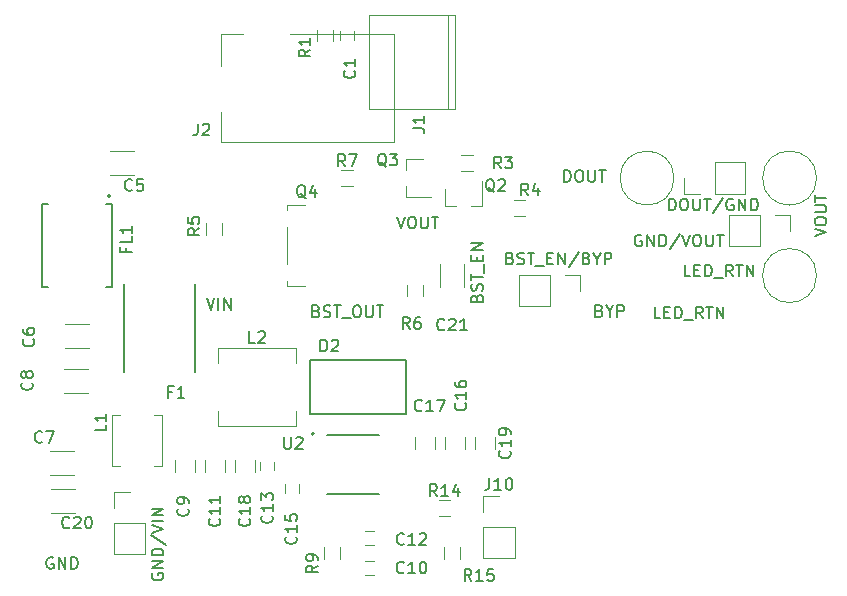
<source format=gbr>
G04 #@! TF.FileFunction,Legend,Top*
%FSLAX46Y46*%
G04 Gerber Fmt 4.6, Leading zero omitted, Abs format (unit mm)*
G04 Created by KiCad (PCBNEW 4.0.7) date 02/27/19 21:10:27*
%MOMM*%
%LPD*%
G01*
G04 APERTURE LIST*
%ADD10C,0.100000*%
%ADD11C,0.120000*%
%ADD12C,0.150000*%
%ADD13C,0.200000*%
%ADD14C,0.127000*%
%ADD15C,0.203200*%
G04 APERTURE END LIST*
D10*
D11*
X73765000Y-52855000D02*
X82565000Y-52855000D01*
X82565000Y-52855000D02*
X82565000Y-62055000D01*
X67865000Y-55555000D02*
X67865000Y-52855000D01*
X67865000Y-52855000D02*
X69765000Y-52855000D01*
X82565000Y-62055000D02*
X67865000Y-62055000D01*
X67865000Y-62055000D02*
X67865000Y-59455000D01*
X79175000Y-52660000D02*
X79175000Y-53360000D01*
X77975000Y-53360000D02*
X77975000Y-52660000D01*
X58525000Y-64825000D02*
X60525000Y-64825000D01*
X60525000Y-62785000D02*
X58525000Y-62785000D01*
X54715000Y-79430000D02*
X56715000Y-79430000D01*
X56715000Y-77390000D02*
X54715000Y-77390000D01*
X53445000Y-90225000D02*
X55445000Y-90225000D01*
X55445000Y-88185000D02*
X53445000Y-88185000D01*
X65679775Y-89932335D02*
X65679775Y-88932335D01*
X63979775Y-88932335D02*
X63979775Y-89932335D01*
X80830000Y-98695000D02*
X80130000Y-98695000D01*
X80130000Y-97495000D02*
X80830000Y-97495000D01*
X68219775Y-89932335D02*
X68219775Y-88932335D01*
X66519775Y-88932335D02*
X66519775Y-89932335D01*
X80830000Y-96155000D02*
X80130000Y-96155000D01*
X80130000Y-94955000D02*
X80830000Y-94955000D01*
X72414775Y-89082335D02*
X72414775Y-89782335D01*
X71214775Y-89782335D02*
X71214775Y-89082335D01*
X74484775Y-90997335D02*
X74484775Y-91697335D01*
X73284775Y-91697335D02*
X73284775Y-90997335D01*
X88539775Y-88027335D02*
X88539775Y-87027335D01*
X86839775Y-87027335D02*
X86839775Y-88027335D01*
X85999775Y-88027335D02*
X85999775Y-87027335D01*
X84299775Y-87027335D02*
X84299775Y-88027335D01*
X70759775Y-89932335D02*
X70759775Y-88932335D01*
X69059775Y-88932335D02*
X69059775Y-89932335D01*
X91079775Y-88027335D02*
X91079775Y-87027335D01*
X89379775Y-87027335D02*
X89379775Y-88027335D01*
D12*
X83562000Y-80517335D02*
X75452000Y-80517335D01*
X75452000Y-80527335D02*
X75452000Y-85027335D01*
X83562000Y-85027335D02*
X75452000Y-85027335D01*
X83562000Y-80527335D02*
X83562000Y-85027335D01*
D11*
X87745000Y-59240000D02*
X87745000Y-51240000D01*
X80425000Y-59240000D02*
X80425000Y-51240000D01*
X80425000Y-51240000D02*
X87745000Y-51240000D01*
X87125000Y-51240000D02*
X87125000Y-59240000D01*
X87745000Y-59240000D02*
X80425000Y-59240000D01*
X58830000Y-96885000D02*
X61490000Y-96885000D01*
X58830000Y-94285000D02*
X58830000Y-96885000D01*
X61490000Y-94285000D02*
X61490000Y-96885000D01*
X58830000Y-94285000D02*
X61490000Y-94285000D01*
X58830000Y-93015000D02*
X58830000Y-91685000D01*
X58830000Y-91685000D02*
X60160000Y-91685000D01*
X110900000Y-68190000D02*
X110900000Y-70850000D01*
X113500000Y-68190000D02*
X110900000Y-68190000D01*
X113500000Y-70850000D02*
X110900000Y-70850000D01*
X113500000Y-68190000D02*
X113500000Y-70850000D01*
X114770000Y-68190000D02*
X116100000Y-68190000D01*
X116100000Y-68190000D02*
X116100000Y-69520000D01*
X112290000Y-66405000D02*
X112290000Y-63745000D01*
X109690000Y-66405000D02*
X112290000Y-66405000D01*
X109690000Y-63745000D02*
X112290000Y-63745000D01*
X109690000Y-66405000D02*
X109690000Y-63745000D01*
X108420000Y-66405000D02*
X107090000Y-66405000D01*
X107090000Y-66405000D02*
X107090000Y-65075000D01*
X93120000Y-73270000D02*
X93120000Y-75930000D01*
X95720000Y-73270000D02*
X93120000Y-73270000D01*
X95720000Y-75930000D02*
X93120000Y-75930000D01*
X95720000Y-73270000D02*
X95720000Y-75930000D01*
X96990000Y-73270000D02*
X98320000Y-73270000D01*
X98320000Y-73270000D02*
X98320000Y-74600000D01*
X118326000Y-65075000D02*
G75*
G03X118326000Y-65075000I-2286000J0D01*
G01*
X118326000Y-73330000D02*
G75*
G03X118326000Y-73330000I-2286000J0D01*
G01*
X106261000Y-65075000D02*
G75*
G03X106261000Y-65075000I-2286000J0D01*
G01*
X86840000Y-67470000D02*
X87770000Y-67470000D01*
X90000000Y-67470000D02*
X89070000Y-67470000D01*
X90000000Y-67470000D02*
X90000000Y-65310000D01*
X86840000Y-67470000D02*
X86840000Y-66010000D01*
X83530000Y-63495000D02*
X83530000Y-64425000D01*
X83530000Y-66655000D02*
X83530000Y-65725000D01*
X83530000Y-66655000D02*
X85690000Y-66655000D01*
X83530000Y-63495000D02*
X84990000Y-63495000D01*
X73475000Y-67740000D02*
X73475000Y-67390000D01*
X73475000Y-67390000D02*
X74975000Y-67390000D01*
X73475000Y-72390000D02*
X73475000Y-69190000D01*
X74975000Y-74190000D02*
X73475000Y-74190000D01*
X73475000Y-74190000D02*
X73475000Y-73790000D01*
X75990000Y-53510000D02*
X75990000Y-52510000D01*
X77350000Y-52510000D02*
X77350000Y-53510000D01*
X88235000Y-63125000D02*
X89235000Y-63125000D01*
X89235000Y-64485000D02*
X88235000Y-64485000D01*
X93680000Y-68295000D02*
X92680000Y-68295000D01*
X92680000Y-66935000D02*
X93680000Y-66935000D01*
X67990000Y-68885000D02*
X67990000Y-69885000D01*
X66630000Y-69885000D02*
X66630000Y-68885000D01*
X83610000Y-75100000D02*
X83610000Y-74100000D01*
X84970000Y-74100000D02*
X84970000Y-75100000D01*
X79075000Y-65755000D02*
X78075000Y-65755000D01*
X78075000Y-64395000D02*
X79075000Y-64395000D01*
X77985000Y-96325000D02*
X77985000Y-97325000D01*
X76625000Y-97325000D02*
X76625000Y-96325000D01*
X87330000Y-93695000D02*
X86330000Y-93695000D01*
X86330000Y-92335000D02*
X87330000Y-92335000D01*
X86785000Y-97325000D02*
X86785000Y-96325000D01*
X88145000Y-96325000D02*
X88145000Y-97325000D01*
D13*
X75769775Y-86717335D02*
G75*
G03X75769775Y-86717335I-100000J0D01*
G01*
D14*
X76879775Y-86857335D02*
X81279775Y-86857335D01*
X76879775Y-91857335D02*
X81279775Y-91857335D01*
D11*
X53540000Y-93400000D02*
X55540000Y-93400000D01*
X55540000Y-91360000D02*
X53540000Y-91360000D01*
X88485000Y-74330000D02*
X88485000Y-72330000D01*
X86445000Y-72330000D02*
X86445000Y-74330000D01*
D15*
X59700000Y-81525000D02*
X59700000Y-74025000D01*
X65700000Y-81525000D02*
X65700000Y-74025000D01*
D11*
X90110000Y-97215000D02*
X92770000Y-97215000D01*
X90110000Y-94615000D02*
X90110000Y-97215000D01*
X92770000Y-94615000D02*
X92770000Y-97215000D01*
X90110000Y-94615000D02*
X92770000Y-94615000D01*
X90110000Y-93345000D02*
X90110000Y-92015000D01*
X90110000Y-92015000D02*
X91440000Y-92015000D01*
X54620000Y-83240000D02*
X56620000Y-83240000D01*
X56620000Y-81200000D02*
X54620000Y-81200000D01*
D13*
X58715000Y-67290000D02*
X58715000Y-74290000D01*
X52715000Y-74290000D02*
X52715000Y-67290000D01*
X58715000Y-67290000D02*
X58165000Y-67290000D01*
X53265000Y-67290000D02*
X52715000Y-67290000D01*
X58715000Y-74290000D02*
X58165000Y-74290000D01*
X52715000Y-74290000D02*
X53265000Y-74290000D01*
X58526800Y-66590000D02*
G75*
G03X58526800Y-66590000I-111800J0D01*
G01*
D11*
X62238000Y-85168000D02*
X62927000Y-85168000D01*
X62927000Y-85168000D02*
X62927000Y-89432000D01*
X62927000Y-89432000D02*
X62238000Y-89432000D01*
X59352000Y-85168000D02*
X58663000Y-85168000D01*
X58663000Y-85168000D02*
X58663000Y-89432000D01*
X58663000Y-89432000D02*
X59352000Y-89432000D01*
X67680000Y-80762835D02*
X67680000Y-79502335D01*
X67680000Y-79502335D02*
X74230000Y-79502335D01*
X74230000Y-79502335D02*
X74230000Y-80762835D01*
X67680000Y-84791835D02*
X67680000Y-86052335D01*
X67680000Y-86052335D02*
X74230000Y-86052335D01*
X74230000Y-86052335D02*
X74230000Y-84791835D01*
D12*
X65922667Y-60463381D02*
X65922667Y-61177667D01*
X65875047Y-61320524D01*
X65779809Y-61415762D01*
X65636952Y-61463381D01*
X65541714Y-61463381D01*
X66351238Y-60558619D02*
X66398857Y-60511000D01*
X66494095Y-60463381D01*
X66732191Y-60463381D01*
X66827429Y-60511000D01*
X66875048Y-60558619D01*
X66922667Y-60653857D01*
X66922667Y-60749095D01*
X66875048Y-60891952D01*
X66303619Y-61463381D01*
X66922667Y-61463381D01*
X79186143Y-55970666D02*
X79233762Y-56018285D01*
X79281381Y-56161142D01*
X79281381Y-56256380D01*
X79233762Y-56399238D01*
X79138524Y-56494476D01*
X79043286Y-56542095D01*
X78852810Y-56589714D01*
X78709952Y-56589714D01*
X78519476Y-56542095D01*
X78424238Y-56494476D01*
X78329000Y-56399238D01*
X78281381Y-56256380D01*
X78281381Y-56161142D01*
X78329000Y-56018285D01*
X78376619Y-55970666D01*
X79281381Y-55018285D02*
X79281381Y-55589714D01*
X79281381Y-55304000D02*
X78281381Y-55304000D01*
X78424238Y-55399238D01*
X78519476Y-55494476D01*
X78567095Y-55589714D01*
X60374334Y-66067143D02*
X60326715Y-66114762D01*
X60183858Y-66162381D01*
X60088620Y-66162381D01*
X59945762Y-66114762D01*
X59850524Y-66019524D01*
X59802905Y-65924286D01*
X59755286Y-65733810D01*
X59755286Y-65590952D01*
X59802905Y-65400476D01*
X59850524Y-65305238D01*
X59945762Y-65210000D01*
X60088620Y-65162381D01*
X60183858Y-65162381D01*
X60326715Y-65210000D01*
X60374334Y-65257619D01*
X61279096Y-65162381D02*
X60802905Y-65162381D01*
X60755286Y-65638571D01*
X60802905Y-65590952D01*
X60898143Y-65543333D01*
X61136239Y-65543333D01*
X61231477Y-65590952D01*
X61279096Y-65638571D01*
X61326715Y-65733810D01*
X61326715Y-65971905D01*
X61279096Y-66067143D01*
X61231477Y-66114762D01*
X61136239Y-66162381D01*
X60898143Y-66162381D01*
X60802905Y-66114762D01*
X60755286Y-66067143D01*
X52008143Y-78703666D02*
X52055762Y-78751285D01*
X52103381Y-78894142D01*
X52103381Y-78989380D01*
X52055762Y-79132238D01*
X51960524Y-79227476D01*
X51865286Y-79275095D01*
X51674810Y-79322714D01*
X51531952Y-79322714D01*
X51341476Y-79275095D01*
X51246238Y-79227476D01*
X51151000Y-79132238D01*
X51103381Y-78989380D01*
X51103381Y-78894142D01*
X51151000Y-78751285D01*
X51198619Y-78703666D01*
X51103381Y-77846523D02*
X51103381Y-78037000D01*
X51151000Y-78132238D01*
X51198619Y-78179857D01*
X51341476Y-78275095D01*
X51531952Y-78322714D01*
X51912905Y-78322714D01*
X52008143Y-78275095D01*
X52055762Y-78227476D01*
X52103381Y-78132238D01*
X52103381Y-77941761D01*
X52055762Y-77846523D01*
X52008143Y-77798904D01*
X51912905Y-77751285D01*
X51674810Y-77751285D01*
X51579571Y-77798904D01*
X51531952Y-77846523D01*
X51484333Y-77941761D01*
X51484333Y-78132238D01*
X51531952Y-78227476D01*
X51579571Y-78275095D01*
X51674810Y-78322714D01*
X52754334Y-87403143D02*
X52706715Y-87450762D01*
X52563858Y-87498381D01*
X52468620Y-87498381D01*
X52325762Y-87450762D01*
X52230524Y-87355524D01*
X52182905Y-87260286D01*
X52135286Y-87069810D01*
X52135286Y-86926952D01*
X52182905Y-86736476D01*
X52230524Y-86641238D01*
X52325762Y-86546000D01*
X52468620Y-86498381D01*
X52563858Y-86498381D01*
X52706715Y-86546000D01*
X52754334Y-86593619D01*
X53087667Y-86498381D02*
X53754334Y-86498381D01*
X53325762Y-87498381D01*
X65089143Y-93054666D02*
X65136762Y-93102285D01*
X65184381Y-93245142D01*
X65184381Y-93340380D01*
X65136762Y-93483238D01*
X65041524Y-93578476D01*
X64946286Y-93626095D01*
X64755810Y-93673714D01*
X64612952Y-93673714D01*
X64422476Y-93626095D01*
X64327238Y-93578476D01*
X64232000Y-93483238D01*
X64184381Y-93340380D01*
X64184381Y-93245142D01*
X64232000Y-93102285D01*
X64279619Y-93054666D01*
X65184381Y-92578476D02*
X65184381Y-92388000D01*
X65136762Y-92292761D01*
X65089143Y-92245142D01*
X64946286Y-92149904D01*
X64755810Y-92102285D01*
X64374857Y-92102285D01*
X64279619Y-92149904D01*
X64232000Y-92197523D01*
X64184381Y-92292761D01*
X64184381Y-92483238D01*
X64232000Y-92578476D01*
X64279619Y-92626095D01*
X64374857Y-92673714D01*
X64612952Y-92673714D01*
X64708190Y-92626095D01*
X64755810Y-92578476D01*
X64803429Y-92483238D01*
X64803429Y-92292761D01*
X64755810Y-92197523D01*
X64708190Y-92149904D01*
X64612952Y-92102285D01*
X83393143Y-98452143D02*
X83345524Y-98499762D01*
X83202667Y-98547381D01*
X83107429Y-98547381D01*
X82964571Y-98499762D01*
X82869333Y-98404524D01*
X82821714Y-98309286D01*
X82774095Y-98118810D01*
X82774095Y-97975952D01*
X82821714Y-97785476D01*
X82869333Y-97690238D01*
X82964571Y-97595000D01*
X83107429Y-97547381D01*
X83202667Y-97547381D01*
X83345524Y-97595000D01*
X83393143Y-97642619D01*
X84345524Y-98547381D02*
X83774095Y-98547381D01*
X84059809Y-98547381D02*
X84059809Y-97547381D01*
X83964571Y-97690238D01*
X83869333Y-97785476D01*
X83774095Y-97833095D01*
X84964571Y-97547381D02*
X85059810Y-97547381D01*
X85155048Y-97595000D01*
X85202667Y-97642619D01*
X85250286Y-97737857D01*
X85297905Y-97928333D01*
X85297905Y-98166429D01*
X85250286Y-98356905D01*
X85202667Y-98452143D01*
X85155048Y-98499762D01*
X85059810Y-98547381D01*
X84964571Y-98547381D01*
X84869333Y-98499762D01*
X84821714Y-98452143D01*
X84774095Y-98356905D01*
X84726476Y-98166429D01*
X84726476Y-97928333D01*
X84774095Y-97737857D01*
X84821714Y-97642619D01*
X84869333Y-97595000D01*
X84964571Y-97547381D01*
X67756143Y-93911857D02*
X67803762Y-93959476D01*
X67851381Y-94102333D01*
X67851381Y-94197571D01*
X67803762Y-94340429D01*
X67708524Y-94435667D01*
X67613286Y-94483286D01*
X67422810Y-94530905D01*
X67279952Y-94530905D01*
X67089476Y-94483286D01*
X66994238Y-94435667D01*
X66899000Y-94340429D01*
X66851381Y-94197571D01*
X66851381Y-94102333D01*
X66899000Y-93959476D01*
X66946619Y-93911857D01*
X67851381Y-92959476D02*
X67851381Y-93530905D01*
X67851381Y-93245191D02*
X66851381Y-93245191D01*
X66994238Y-93340429D01*
X67089476Y-93435667D01*
X67137095Y-93530905D01*
X67851381Y-92007095D02*
X67851381Y-92578524D01*
X67851381Y-92292810D02*
X66851381Y-92292810D01*
X66994238Y-92388048D01*
X67089476Y-92483286D01*
X67137095Y-92578524D01*
X83393143Y-96039143D02*
X83345524Y-96086762D01*
X83202667Y-96134381D01*
X83107429Y-96134381D01*
X82964571Y-96086762D01*
X82869333Y-95991524D01*
X82821714Y-95896286D01*
X82774095Y-95705810D01*
X82774095Y-95562952D01*
X82821714Y-95372476D01*
X82869333Y-95277238D01*
X82964571Y-95182000D01*
X83107429Y-95134381D01*
X83202667Y-95134381D01*
X83345524Y-95182000D01*
X83393143Y-95229619D01*
X84345524Y-96134381D02*
X83774095Y-96134381D01*
X84059809Y-96134381D02*
X84059809Y-95134381D01*
X83964571Y-95277238D01*
X83869333Y-95372476D01*
X83774095Y-95420095D01*
X84726476Y-95229619D02*
X84774095Y-95182000D01*
X84869333Y-95134381D01*
X85107429Y-95134381D01*
X85202667Y-95182000D01*
X85250286Y-95229619D01*
X85297905Y-95324857D01*
X85297905Y-95420095D01*
X85250286Y-95562952D01*
X84678857Y-96134381D01*
X85297905Y-96134381D01*
X72201143Y-93657857D02*
X72248762Y-93705476D01*
X72296381Y-93848333D01*
X72296381Y-93943571D01*
X72248762Y-94086429D01*
X72153524Y-94181667D01*
X72058286Y-94229286D01*
X71867810Y-94276905D01*
X71724952Y-94276905D01*
X71534476Y-94229286D01*
X71439238Y-94181667D01*
X71344000Y-94086429D01*
X71296381Y-93943571D01*
X71296381Y-93848333D01*
X71344000Y-93705476D01*
X71391619Y-93657857D01*
X72296381Y-92705476D02*
X72296381Y-93276905D01*
X72296381Y-92991191D02*
X71296381Y-92991191D01*
X71439238Y-93086429D01*
X71534476Y-93181667D01*
X71582095Y-93276905D01*
X71296381Y-92372143D02*
X71296381Y-91753095D01*
X71677333Y-92086429D01*
X71677333Y-91943571D01*
X71724952Y-91848333D01*
X71772571Y-91800714D01*
X71867810Y-91753095D01*
X72105905Y-91753095D01*
X72201143Y-91800714D01*
X72248762Y-91848333D01*
X72296381Y-91943571D01*
X72296381Y-92229286D01*
X72248762Y-92324524D01*
X72201143Y-92372143D01*
X74233143Y-95435857D02*
X74280762Y-95483476D01*
X74328381Y-95626333D01*
X74328381Y-95721571D01*
X74280762Y-95864429D01*
X74185524Y-95959667D01*
X74090286Y-96007286D01*
X73899810Y-96054905D01*
X73756952Y-96054905D01*
X73566476Y-96007286D01*
X73471238Y-95959667D01*
X73376000Y-95864429D01*
X73328381Y-95721571D01*
X73328381Y-95626333D01*
X73376000Y-95483476D01*
X73423619Y-95435857D01*
X74328381Y-94483476D02*
X74328381Y-95054905D01*
X74328381Y-94769191D02*
X73328381Y-94769191D01*
X73471238Y-94864429D01*
X73566476Y-94959667D01*
X73614095Y-95054905D01*
X73328381Y-93578714D02*
X73328381Y-94054905D01*
X73804571Y-94102524D01*
X73756952Y-94054905D01*
X73709333Y-93959667D01*
X73709333Y-93721571D01*
X73756952Y-93626333D01*
X73804571Y-93578714D01*
X73899810Y-93531095D01*
X74137905Y-93531095D01*
X74233143Y-93578714D01*
X74280762Y-93626333D01*
X74328381Y-93721571D01*
X74328381Y-93959667D01*
X74280762Y-94054905D01*
X74233143Y-94102524D01*
X88584143Y-84132857D02*
X88631762Y-84180476D01*
X88679381Y-84323333D01*
X88679381Y-84418571D01*
X88631762Y-84561429D01*
X88536524Y-84656667D01*
X88441286Y-84704286D01*
X88250810Y-84751905D01*
X88107952Y-84751905D01*
X87917476Y-84704286D01*
X87822238Y-84656667D01*
X87727000Y-84561429D01*
X87679381Y-84418571D01*
X87679381Y-84323333D01*
X87727000Y-84180476D01*
X87774619Y-84132857D01*
X88679381Y-83180476D02*
X88679381Y-83751905D01*
X88679381Y-83466191D02*
X87679381Y-83466191D01*
X87822238Y-83561429D01*
X87917476Y-83656667D01*
X87965095Y-83751905D01*
X87679381Y-82323333D02*
X87679381Y-82513810D01*
X87727000Y-82609048D01*
X87774619Y-82656667D01*
X87917476Y-82751905D01*
X88107952Y-82799524D01*
X88488905Y-82799524D01*
X88584143Y-82751905D01*
X88631762Y-82704286D01*
X88679381Y-82609048D01*
X88679381Y-82418571D01*
X88631762Y-82323333D01*
X88584143Y-82275714D01*
X88488905Y-82228095D01*
X88250810Y-82228095D01*
X88155571Y-82275714D01*
X88107952Y-82323333D01*
X88060333Y-82418571D01*
X88060333Y-82609048D01*
X88107952Y-82704286D01*
X88155571Y-82751905D01*
X88250810Y-82799524D01*
X84917143Y-84736143D02*
X84869524Y-84783762D01*
X84726667Y-84831381D01*
X84631429Y-84831381D01*
X84488571Y-84783762D01*
X84393333Y-84688524D01*
X84345714Y-84593286D01*
X84298095Y-84402810D01*
X84298095Y-84259952D01*
X84345714Y-84069476D01*
X84393333Y-83974238D01*
X84488571Y-83879000D01*
X84631429Y-83831381D01*
X84726667Y-83831381D01*
X84869524Y-83879000D01*
X84917143Y-83926619D01*
X85869524Y-84831381D02*
X85298095Y-84831381D01*
X85583809Y-84831381D02*
X85583809Y-83831381D01*
X85488571Y-83974238D01*
X85393333Y-84069476D01*
X85298095Y-84117095D01*
X86202857Y-83831381D02*
X86869524Y-83831381D01*
X86440952Y-84831381D01*
X70296143Y-93911857D02*
X70343762Y-93959476D01*
X70391381Y-94102333D01*
X70391381Y-94197571D01*
X70343762Y-94340429D01*
X70248524Y-94435667D01*
X70153286Y-94483286D01*
X69962810Y-94530905D01*
X69819952Y-94530905D01*
X69629476Y-94483286D01*
X69534238Y-94435667D01*
X69439000Y-94340429D01*
X69391381Y-94197571D01*
X69391381Y-94102333D01*
X69439000Y-93959476D01*
X69486619Y-93911857D01*
X70391381Y-92959476D02*
X70391381Y-93530905D01*
X70391381Y-93245191D02*
X69391381Y-93245191D01*
X69534238Y-93340429D01*
X69629476Y-93435667D01*
X69677095Y-93530905D01*
X69819952Y-92388048D02*
X69772333Y-92483286D01*
X69724714Y-92530905D01*
X69629476Y-92578524D01*
X69581857Y-92578524D01*
X69486619Y-92530905D01*
X69439000Y-92483286D01*
X69391381Y-92388048D01*
X69391381Y-92197571D01*
X69439000Y-92102333D01*
X69486619Y-92054714D01*
X69581857Y-92007095D01*
X69629476Y-92007095D01*
X69724714Y-92054714D01*
X69772333Y-92102333D01*
X69819952Y-92197571D01*
X69819952Y-92388048D01*
X69867571Y-92483286D01*
X69915190Y-92530905D01*
X70010429Y-92578524D01*
X70200905Y-92578524D01*
X70296143Y-92530905D01*
X70343762Y-92483286D01*
X70391381Y-92388048D01*
X70391381Y-92197571D01*
X70343762Y-92102333D01*
X70296143Y-92054714D01*
X70200905Y-92007095D01*
X70010429Y-92007095D01*
X69915190Y-92054714D01*
X69867571Y-92102333D01*
X69819952Y-92197571D01*
X92336918Y-88170192D02*
X92384537Y-88217811D01*
X92432156Y-88360668D01*
X92432156Y-88455906D01*
X92384537Y-88598764D01*
X92289299Y-88694002D01*
X92194061Y-88741621D01*
X92003585Y-88789240D01*
X91860727Y-88789240D01*
X91670251Y-88741621D01*
X91575013Y-88694002D01*
X91479775Y-88598764D01*
X91432156Y-88455906D01*
X91432156Y-88360668D01*
X91479775Y-88217811D01*
X91527394Y-88170192D01*
X92432156Y-87217811D02*
X92432156Y-87789240D01*
X92432156Y-87503526D02*
X91432156Y-87503526D01*
X91575013Y-87598764D01*
X91670251Y-87694002D01*
X91717870Y-87789240D01*
X92432156Y-86741621D02*
X92432156Y-86551145D01*
X92384537Y-86455906D01*
X92336918Y-86408287D01*
X92194061Y-86313049D01*
X92003585Y-86265430D01*
X91622632Y-86265430D01*
X91527394Y-86313049D01*
X91479775Y-86360668D01*
X91432156Y-86455906D01*
X91432156Y-86646383D01*
X91479775Y-86741621D01*
X91527394Y-86789240D01*
X91622632Y-86836859D01*
X91860727Y-86836859D01*
X91955965Y-86789240D01*
X92003585Y-86741621D01*
X92051204Y-86646383D01*
X92051204Y-86455906D01*
X92003585Y-86360668D01*
X91955965Y-86313049D01*
X91860727Y-86265430D01*
X76312905Y-79751381D02*
X76312905Y-78751381D01*
X76551000Y-78751381D01*
X76693858Y-78799000D01*
X76789096Y-78894238D01*
X76836715Y-78989476D01*
X76884334Y-79179952D01*
X76884334Y-79322810D01*
X76836715Y-79513286D01*
X76789096Y-79608524D01*
X76693858Y-79703762D01*
X76551000Y-79751381D01*
X76312905Y-79751381D01*
X77265286Y-78846619D02*
X77312905Y-78799000D01*
X77408143Y-78751381D01*
X77646239Y-78751381D01*
X77741477Y-78799000D01*
X77789096Y-78846619D01*
X77836715Y-78941857D01*
X77836715Y-79037095D01*
X77789096Y-79179952D01*
X77217667Y-79751381D01*
X77836715Y-79751381D01*
X84123381Y-60836333D02*
X84837667Y-60836333D01*
X84980524Y-60883953D01*
X85075762Y-60979191D01*
X85123381Y-61122048D01*
X85123381Y-61217286D01*
X85123381Y-59836333D02*
X85123381Y-60407762D01*
X85123381Y-60122048D02*
X84123381Y-60122048D01*
X84266238Y-60217286D01*
X84361476Y-60312524D01*
X84409095Y-60407762D01*
X62073000Y-98539190D02*
X62025381Y-98634428D01*
X62025381Y-98777285D01*
X62073000Y-98920143D01*
X62168238Y-99015381D01*
X62263476Y-99063000D01*
X62453952Y-99110619D01*
X62596810Y-99110619D01*
X62787286Y-99063000D01*
X62882524Y-99015381D01*
X62977762Y-98920143D01*
X63025381Y-98777285D01*
X63025381Y-98682047D01*
X62977762Y-98539190D01*
X62930143Y-98491571D01*
X62596810Y-98491571D01*
X62596810Y-98682047D01*
X63025381Y-98063000D02*
X62025381Y-98063000D01*
X63025381Y-97491571D01*
X62025381Y-97491571D01*
X63025381Y-97015381D02*
X62025381Y-97015381D01*
X62025381Y-96777286D01*
X62073000Y-96634428D01*
X62168238Y-96539190D01*
X62263476Y-96491571D01*
X62453952Y-96443952D01*
X62596810Y-96443952D01*
X62787286Y-96491571D01*
X62882524Y-96539190D01*
X62977762Y-96634428D01*
X63025381Y-96777286D01*
X63025381Y-97015381D01*
X61977762Y-95301095D02*
X63263476Y-96158238D01*
X62025381Y-95110619D02*
X63025381Y-94777286D01*
X62025381Y-94443952D01*
X63025381Y-94110619D02*
X62025381Y-94110619D01*
X63025381Y-93634429D02*
X62025381Y-93634429D01*
X63025381Y-93063000D01*
X62025381Y-93063000D01*
X103499143Y-69909000D02*
X103403905Y-69861381D01*
X103261048Y-69861381D01*
X103118190Y-69909000D01*
X103022952Y-70004238D01*
X102975333Y-70099476D01*
X102927714Y-70289952D01*
X102927714Y-70432810D01*
X102975333Y-70623286D01*
X103022952Y-70718524D01*
X103118190Y-70813762D01*
X103261048Y-70861381D01*
X103356286Y-70861381D01*
X103499143Y-70813762D01*
X103546762Y-70766143D01*
X103546762Y-70432810D01*
X103356286Y-70432810D01*
X103975333Y-70861381D02*
X103975333Y-69861381D01*
X104546762Y-70861381D01*
X104546762Y-69861381D01*
X105022952Y-70861381D02*
X105022952Y-69861381D01*
X105261047Y-69861381D01*
X105403905Y-69909000D01*
X105499143Y-70004238D01*
X105546762Y-70099476D01*
X105594381Y-70289952D01*
X105594381Y-70432810D01*
X105546762Y-70623286D01*
X105499143Y-70718524D01*
X105403905Y-70813762D01*
X105261047Y-70861381D01*
X105022952Y-70861381D01*
X106737238Y-69813762D02*
X105880095Y-71099476D01*
X106927714Y-69861381D02*
X107261047Y-70861381D01*
X107594381Y-69861381D01*
X108118190Y-69861381D02*
X108308667Y-69861381D01*
X108403905Y-69909000D01*
X108499143Y-70004238D01*
X108546762Y-70194714D01*
X108546762Y-70528048D01*
X108499143Y-70718524D01*
X108403905Y-70813762D01*
X108308667Y-70861381D01*
X108118190Y-70861381D01*
X108022952Y-70813762D01*
X107927714Y-70718524D01*
X107880095Y-70528048D01*
X107880095Y-70194714D01*
X107927714Y-70004238D01*
X108022952Y-69909000D01*
X108118190Y-69861381D01*
X108975333Y-69861381D02*
X108975333Y-70670905D01*
X109022952Y-70766143D01*
X109070571Y-70813762D01*
X109165809Y-70861381D01*
X109356286Y-70861381D01*
X109451524Y-70813762D01*
X109499143Y-70766143D01*
X109546762Y-70670905D01*
X109546762Y-69861381D01*
X109880095Y-69861381D02*
X110451524Y-69861381D01*
X110165809Y-70861381D02*
X110165809Y-69861381D01*
X105824905Y-67813381D02*
X105824905Y-66813381D01*
X106063000Y-66813381D01*
X106205858Y-66861000D01*
X106301096Y-66956238D01*
X106348715Y-67051476D01*
X106396334Y-67241952D01*
X106396334Y-67384810D01*
X106348715Y-67575286D01*
X106301096Y-67670524D01*
X106205858Y-67765762D01*
X106063000Y-67813381D01*
X105824905Y-67813381D01*
X107015381Y-66813381D02*
X107205858Y-66813381D01*
X107301096Y-66861000D01*
X107396334Y-66956238D01*
X107443953Y-67146714D01*
X107443953Y-67480048D01*
X107396334Y-67670524D01*
X107301096Y-67765762D01*
X107205858Y-67813381D01*
X107015381Y-67813381D01*
X106920143Y-67765762D01*
X106824905Y-67670524D01*
X106777286Y-67480048D01*
X106777286Y-67146714D01*
X106824905Y-66956238D01*
X106920143Y-66861000D01*
X107015381Y-66813381D01*
X107872524Y-66813381D02*
X107872524Y-67622905D01*
X107920143Y-67718143D01*
X107967762Y-67765762D01*
X108063000Y-67813381D01*
X108253477Y-67813381D01*
X108348715Y-67765762D01*
X108396334Y-67718143D01*
X108443953Y-67622905D01*
X108443953Y-66813381D01*
X108777286Y-66813381D02*
X109348715Y-66813381D01*
X109063000Y-67813381D02*
X109063000Y-66813381D01*
X110396334Y-66765762D02*
X109539191Y-68051476D01*
X111253477Y-66861000D02*
X111158239Y-66813381D01*
X111015382Y-66813381D01*
X110872524Y-66861000D01*
X110777286Y-66956238D01*
X110729667Y-67051476D01*
X110682048Y-67241952D01*
X110682048Y-67384810D01*
X110729667Y-67575286D01*
X110777286Y-67670524D01*
X110872524Y-67765762D01*
X111015382Y-67813381D01*
X111110620Y-67813381D01*
X111253477Y-67765762D01*
X111301096Y-67718143D01*
X111301096Y-67384810D01*
X111110620Y-67384810D01*
X111729667Y-67813381D02*
X111729667Y-66813381D01*
X112301096Y-67813381D01*
X112301096Y-66813381D01*
X112777286Y-67813381D02*
X112777286Y-66813381D01*
X113015381Y-66813381D01*
X113158239Y-66861000D01*
X113253477Y-66956238D01*
X113301096Y-67051476D01*
X113348715Y-67241952D01*
X113348715Y-67384810D01*
X113301096Y-67575286D01*
X113253477Y-67670524D01*
X113158239Y-67765762D01*
X113015381Y-67813381D01*
X112777286Y-67813381D01*
X92386762Y-71861571D02*
X92529619Y-71909190D01*
X92577238Y-71956810D01*
X92624857Y-72052048D01*
X92624857Y-72194905D01*
X92577238Y-72290143D01*
X92529619Y-72337762D01*
X92434381Y-72385381D01*
X92053428Y-72385381D01*
X92053428Y-71385381D01*
X92386762Y-71385381D01*
X92482000Y-71433000D01*
X92529619Y-71480619D01*
X92577238Y-71575857D01*
X92577238Y-71671095D01*
X92529619Y-71766333D01*
X92482000Y-71813952D01*
X92386762Y-71861571D01*
X92053428Y-71861571D01*
X93005809Y-72337762D02*
X93148666Y-72385381D01*
X93386762Y-72385381D01*
X93482000Y-72337762D01*
X93529619Y-72290143D01*
X93577238Y-72194905D01*
X93577238Y-72099667D01*
X93529619Y-72004429D01*
X93482000Y-71956810D01*
X93386762Y-71909190D01*
X93196285Y-71861571D01*
X93101047Y-71813952D01*
X93053428Y-71766333D01*
X93005809Y-71671095D01*
X93005809Y-71575857D01*
X93053428Y-71480619D01*
X93101047Y-71433000D01*
X93196285Y-71385381D01*
X93434381Y-71385381D01*
X93577238Y-71433000D01*
X93862952Y-71385381D02*
X94434381Y-71385381D01*
X94148666Y-72385381D02*
X94148666Y-71385381D01*
X94529619Y-72480619D02*
X95291524Y-72480619D01*
X95529619Y-71861571D02*
X95862953Y-71861571D01*
X96005810Y-72385381D02*
X95529619Y-72385381D01*
X95529619Y-71385381D01*
X96005810Y-71385381D01*
X96434381Y-72385381D02*
X96434381Y-71385381D01*
X97005810Y-72385381D01*
X97005810Y-71385381D01*
X98196286Y-71337762D02*
X97339143Y-72623476D01*
X98862953Y-71861571D02*
X99005810Y-71909190D01*
X99053429Y-71956810D01*
X99101048Y-72052048D01*
X99101048Y-72194905D01*
X99053429Y-72290143D01*
X99005810Y-72337762D01*
X98910572Y-72385381D01*
X98529619Y-72385381D01*
X98529619Y-71385381D01*
X98862953Y-71385381D01*
X98958191Y-71433000D01*
X99005810Y-71480619D01*
X99053429Y-71575857D01*
X99053429Y-71671095D01*
X99005810Y-71766333D01*
X98958191Y-71813952D01*
X98862953Y-71861571D01*
X98529619Y-71861571D01*
X99720095Y-71909190D02*
X99720095Y-72385381D01*
X99386762Y-71385381D02*
X99720095Y-71909190D01*
X100053429Y-71385381D01*
X100386762Y-72385381D02*
X100386762Y-71385381D01*
X100767715Y-71385381D01*
X100862953Y-71433000D01*
X100910572Y-71480619D01*
X100958191Y-71575857D01*
X100958191Y-71718714D01*
X100910572Y-71813952D01*
X100862953Y-71861571D01*
X100767715Y-71909190D01*
X100386762Y-71909190D01*
X118159381Y-70011905D02*
X119159381Y-69678572D01*
X118159381Y-69345238D01*
X118159381Y-68821429D02*
X118159381Y-68630952D01*
X118207000Y-68535714D01*
X118302238Y-68440476D01*
X118492714Y-68392857D01*
X118826048Y-68392857D01*
X119016524Y-68440476D01*
X119111762Y-68535714D01*
X119159381Y-68630952D01*
X119159381Y-68821429D01*
X119111762Y-68916667D01*
X119016524Y-69011905D01*
X118826048Y-69059524D01*
X118492714Y-69059524D01*
X118302238Y-69011905D01*
X118207000Y-68916667D01*
X118159381Y-68821429D01*
X118159381Y-67964286D02*
X118968905Y-67964286D01*
X119064143Y-67916667D01*
X119111762Y-67869048D01*
X119159381Y-67773810D01*
X119159381Y-67583333D01*
X119111762Y-67488095D01*
X119064143Y-67440476D01*
X118968905Y-67392857D01*
X118159381Y-67392857D01*
X118159381Y-67059524D02*
X118159381Y-66488095D01*
X119159381Y-66773810D02*
X118159381Y-66773810D01*
X107642429Y-73401381D02*
X107166238Y-73401381D01*
X107166238Y-72401381D01*
X107975762Y-72877571D02*
X108309096Y-72877571D01*
X108451953Y-73401381D02*
X107975762Y-73401381D01*
X107975762Y-72401381D01*
X108451953Y-72401381D01*
X108880524Y-73401381D02*
X108880524Y-72401381D01*
X109118619Y-72401381D01*
X109261477Y-72449000D01*
X109356715Y-72544238D01*
X109404334Y-72639476D01*
X109451953Y-72829952D01*
X109451953Y-72972810D01*
X109404334Y-73163286D01*
X109356715Y-73258524D01*
X109261477Y-73353762D01*
X109118619Y-73401381D01*
X108880524Y-73401381D01*
X109642429Y-73496619D02*
X110404334Y-73496619D01*
X111213858Y-73401381D02*
X110880524Y-72925190D01*
X110642429Y-73401381D02*
X110642429Y-72401381D01*
X111023382Y-72401381D01*
X111118620Y-72449000D01*
X111166239Y-72496619D01*
X111213858Y-72591857D01*
X111213858Y-72734714D01*
X111166239Y-72829952D01*
X111118620Y-72877571D01*
X111023382Y-72925190D01*
X110642429Y-72925190D01*
X111499572Y-72401381D02*
X112071001Y-72401381D01*
X111785286Y-73401381D02*
X111785286Y-72401381D01*
X112404334Y-73401381D02*
X112404334Y-72401381D01*
X112975763Y-73401381D01*
X112975763Y-72401381D01*
X96950524Y-65400381D02*
X96950524Y-64400381D01*
X97188619Y-64400381D01*
X97331477Y-64448000D01*
X97426715Y-64543238D01*
X97474334Y-64638476D01*
X97521953Y-64828952D01*
X97521953Y-64971810D01*
X97474334Y-65162286D01*
X97426715Y-65257524D01*
X97331477Y-65352762D01*
X97188619Y-65400381D01*
X96950524Y-65400381D01*
X98141000Y-64400381D02*
X98331477Y-64400381D01*
X98426715Y-64448000D01*
X98521953Y-64543238D01*
X98569572Y-64733714D01*
X98569572Y-65067048D01*
X98521953Y-65257524D01*
X98426715Y-65352762D01*
X98331477Y-65400381D01*
X98141000Y-65400381D01*
X98045762Y-65352762D01*
X97950524Y-65257524D01*
X97902905Y-65067048D01*
X97902905Y-64733714D01*
X97950524Y-64543238D01*
X98045762Y-64448000D01*
X98141000Y-64400381D01*
X98998143Y-64400381D02*
X98998143Y-65209905D01*
X99045762Y-65305143D01*
X99093381Y-65352762D01*
X99188619Y-65400381D01*
X99379096Y-65400381D01*
X99474334Y-65352762D01*
X99521953Y-65305143D01*
X99569572Y-65209905D01*
X99569572Y-64400381D01*
X99902905Y-64400381D02*
X100474334Y-64400381D01*
X100188619Y-65400381D02*
X100188619Y-64400381D01*
X91052762Y-66257619D02*
X90957524Y-66210000D01*
X90862286Y-66114762D01*
X90719429Y-65971905D01*
X90624190Y-65924286D01*
X90528952Y-65924286D01*
X90576571Y-66162381D02*
X90481333Y-66114762D01*
X90386095Y-66019524D01*
X90338476Y-65829048D01*
X90338476Y-65495714D01*
X90386095Y-65305238D01*
X90481333Y-65210000D01*
X90576571Y-65162381D01*
X90767048Y-65162381D01*
X90862286Y-65210000D01*
X90957524Y-65305238D01*
X91005143Y-65495714D01*
X91005143Y-65829048D01*
X90957524Y-66019524D01*
X90862286Y-66114762D01*
X90767048Y-66162381D01*
X90576571Y-66162381D01*
X91386095Y-65257619D02*
X91433714Y-65210000D01*
X91528952Y-65162381D01*
X91767048Y-65162381D01*
X91862286Y-65210000D01*
X91909905Y-65257619D01*
X91957524Y-65352857D01*
X91957524Y-65448095D01*
X91909905Y-65590952D01*
X91338476Y-66162381D01*
X91957524Y-66162381D01*
X81908762Y-64098619D02*
X81813524Y-64051000D01*
X81718286Y-63955762D01*
X81575429Y-63812905D01*
X81480190Y-63765286D01*
X81384952Y-63765286D01*
X81432571Y-64003381D02*
X81337333Y-63955762D01*
X81242095Y-63860524D01*
X81194476Y-63670048D01*
X81194476Y-63336714D01*
X81242095Y-63146238D01*
X81337333Y-63051000D01*
X81432571Y-63003381D01*
X81623048Y-63003381D01*
X81718286Y-63051000D01*
X81813524Y-63146238D01*
X81861143Y-63336714D01*
X81861143Y-63670048D01*
X81813524Y-63860524D01*
X81718286Y-63955762D01*
X81623048Y-64003381D01*
X81432571Y-64003381D01*
X82194476Y-63003381D02*
X82813524Y-63003381D01*
X82480190Y-63384333D01*
X82623048Y-63384333D01*
X82718286Y-63431952D01*
X82765905Y-63479571D01*
X82813524Y-63574810D01*
X82813524Y-63812905D01*
X82765905Y-63908143D01*
X82718286Y-63955762D01*
X82623048Y-64003381D01*
X82337333Y-64003381D01*
X82242095Y-63955762D01*
X82194476Y-63908143D01*
X75079762Y-66787619D02*
X74984524Y-66740000D01*
X74889286Y-66644762D01*
X74746429Y-66501905D01*
X74651190Y-66454286D01*
X74555952Y-66454286D01*
X74603571Y-66692381D02*
X74508333Y-66644762D01*
X74413095Y-66549524D01*
X74365476Y-66359048D01*
X74365476Y-66025714D01*
X74413095Y-65835238D01*
X74508333Y-65740000D01*
X74603571Y-65692381D01*
X74794048Y-65692381D01*
X74889286Y-65740000D01*
X74984524Y-65835238D01*
X75032143Y-66025714D01*
X75032143Y-66359048D01*
X74984524Y-66549524D01*
X74889286Y-66644762D01*
X74794048Y-66692381D01*
X74603571Y-66692381D01*
X75889286Y-66025714D02*
X75889286Y-66692381D01*
X75651190Y-65644762D02*
X75413095Y-66359048D01*
X76032143Y-66359048D01*
X75471381Y-54192666D02*
X74995190Y-54526000D01*
X75471381Y-54764095D02*
X74471381Y-54764095D01*
X74471381Y-54383142D01*
X74519000Y-54287904D01*
X74566619Y-54240285D01*
X74661857Y-54192666D01*
X74804714Y-54192666D01*
X74899952Y-54240285D01*
X74947571Y-54287904D01*
X74995190Y-54383142D01*
X74995190Y-54764095D01*
X75471381Y-53240285D02*
X75471381Y-53811714D01*
X75471381Y-53526000D02*
X74471381Y-53526000D01*
X74614238Y-53621238D01*
X74709476Y-53716476D01*
X74757095Y-53811714D01*
X91616334Y-64257381D02*
X91283000Y-63781190D01*
X91044905Y-64257381D02*
X91044905Y-63257381D01*
X91425858Y-63257381D01*
X91521096Y-63305000D01*
X91568715Y-63352619D01*
X91616334Y-63447857D01*
X91616334Y-63590714D01*
X91568715Y-63685952D01*
X91521096Y-63733571D01*
X91425858Y-63781190D01*
X91044905Y-63781190D01*
X91949667Y-63257381D02*
X92568715Y-63257381D01*
X92235381Y-63638333D01*
X92378239Y-63638333D01*
X92473477Y-63685952D01*
X92521096Y-63733571D01*
X92568715Y-63828810D01*
X92568715Y-64066905D01*
X92521096Y-64162143D01*
X92473477Y-64209762D01*
X92378239Y-64257381D01*
X92092524Y-64257381D01*
X91997286Y-64209762D01*
X91949667Y-64162143D01*
X93902334Y-66543381D02*
X93569000Y-66067190D01*
X93330905Y-66543381D02*
X93330905Y-65543381D01*
X93711858Y-65543381D01*
X93807096Y-65591000D01*
X93854715Y-65638619D01*
X93902334Y-65733857D01*
X93902334Y-65876714D01*
X93854715Y-65971952D01*
X93807096Y-66019571D01*
X93711858Y-66067190D01*
X93330905Y-66067190D01*
X94759477Y-65876714D02*
X94759477Y-66543381D01*
X94521381Y-65495762D02*
X94283286Y-66210048D01*
X94902334Y-66210048D01*
X66073381Y-69305666D02*
X65597190Y-69639000D01*
X66073381Y-69877095D02*
X65073381Y-69877095D01*
X65073381Y-69496142D01*
X65121000Y-69400904D01*
X65168619Y-69353285D01*
X65263857Y-69305666D01*
X65406714Y-69305666D01*
X65501952Y-69353285D01*
X65549571Y-69400904D01*
X65597190Y-69496142D01*
X65597190Y-69877095D01*
X65073381Y-68400904D02*
X65073381Y-68877095D01*
X65549571Y-68924714D01*
X65501952Y-68877095D01*
X65454333Y-68781857D01*
X65454333Y-68543761D01*
X65501952Y-68448523D01*
X65549571Y-68400904D01*
X65644810Y-68353285D01*
X65882905Y-68353285D01*
X65978143Y-68400904D01*
X66025762Y-68448523D01*
X66073381Y-68543761D01*
X66073381Y-68781857D01*
X66025762Y-68877095D01*
X65978143Y-68924714D01*
X83869334Y-77846381D02*
X83536000Y-77370190D01*
X83297905Y-77846381D02*
X83297905Y-76846381D01*
X83678858Y-76846381D01*
X83774096Y-76894000D01*
X83821715Y-76941619D01*
X83869334Y-77036857D01*
X83869334Y-77179714D01*
X83821715Y-77274952D01*
X83774096Y-77322571D01*
X83678858Y-77370190D01*
X83297905Y-77370190D01*
X84726477Y-76846381D02*
X84536000Y-76846381D01*
X84440762Y-76894000D01*
X84393143Y-76941619D01*
X84297905Y-77084476D01*
X84250286Y-77274952D01*
X84250286Y-77655905D01*
X84297905Y-77751143D01*
X84345524Y-77798762D01*
X84440762Y-77846381D01*
X84631239Y-77846381D01*
X84726477Y-77798762D01*
X84774096Y-77751143D01*
X84821715Y-77655905D01*
X84821715Y-77417810D01*
X84774096Y-77322571D01*
X84726477Y-77274952D01*
X84631239Y-77227333D01*
X84440762Y-77227333D01*
X84345524Y-77274952D01*
X84297905Y-77322571D01*
X84250286Y-77417810D01*
X78408334Y-64077381D02*
X78075000Y-63601190D01*
X77836905Y-64077381D02*
X77836905Y-63077381D01*
X78217858Y-63077381D01*
X78313096Y-63125000D01*
X78360715Y-63172619D01*
X78408334Y-63267857D01*
X78408334Y-63410714D01*
X78360715Y-63505952D01*
X78313096Y-63553571D01*
X78217858Y-63601190D01*
X77836905Y-63601190D01*
X78741667Y-63077381D02*
X79408334Y-63077381D01*
X78979762Y-64077381D01*
X76106381Y-97880666D02*
X75630190Y-98214000D01*
X76106381Y-98452095D02*
X75106381Y-98452095D01*
X75106381Y-98071142D01*
X75154000Y-97975904D01*
X75201619Y-97928285D01*
X75296857Y-97880666D01*
X75439714Y-97880666D01*
X75534952Y-97928285D01*
X75582571Y-97975904D01*
X75630190Y-98071142D01*
X75630190Y-98452095D01*
X76106381Y-97404476D02*
X76106381Y-97214000D01*
X76058762Y-97118761D01*
X76011143Y-97071142D01*
X75868286Y-96975904D01*
X75677810Y-96928285D01*
X75296857Y-96928285D01*
X75201619Y-96975904D01*
X75154000Y-97023523D01*
X75106381Y-97118761D01*
X75106381Y-97309238D01*
X75154000Y-97404476D01*
X75201619Y-97452095D01*
X75296857Y-97499714D01*
X75534952Y-97499714D01*
X75630190Y-97452095D01*
X75677810Y-97404476D01*
X75725429Y-97309238D01*
X75725429Y-97118761D01*
X75677810Y-97023523D01*
X75630190Y-96975904D01*
X75534952Y-96928285D01*
X86187143Y-92017381D02*
X85853809Y-91541190D01*
X85615714Y-92017381D02*
X85615714Y-91017381D01*
X85996667Y-91017381D01*
X86091905Y-91065000D01*
X86139524Y-91112619D01*
X86187143Y-91207857D01*
X86187143Y-91350714D01*
X86139524Y-91445952D01*
X86091905Y-91493571D01*
X85996667Y-91541190D01*
X85615714Y-91541190D01*
X87139524Y-92017381D02*
X86568095Y-92017381D01*
X86853809Y-92017381D02*
X86853809Y-91017381D01*
X86758571Y-91160238D01*
X86663333Y-91255476D01*
X86568095Y-91303095D01*
X87996667Y-91350714D02*
X87996667Y-92017381D01*
X87758571Y-90969762D02*
X87520476Y-91684048D01*
X88139524Y-91684048D01*
X89108143Y-99182381D02*
X88774809Y-98706190D01*
X88536714Y-99182381D02*
X88536714Y-98182381D01*
X88917667Y-98182381D01*
X89012905Y-98230000D01*
X89060524Y-98277619D01*
X89108143Y-98372857D01*
X89108143Y-98515714D01*
X89060524Y-98610952D01*
X89012905Y-98658571D01*
X88917667Y-98706190D01*
X88536714Y-98706190D01*
X90060524Y-99182381D02*
X89489095Y-99182381D01*
X89774809Y-99182381D02*
X89774809Y-98182381D01*
X89679571Y-98325238D01*
X89584333Y-98420476D01*
X89489095Y-98468095D01*
X90965286Y-98182381D02*
X90489095Y-98182381D01*
X90441476Y-98658571D01*
X90489095Y-98610952D01*
X90584333Y-98563333D01*
X90822429Y-98563333D01*
X90917667Y-98610952D01*
X90965286Y-98658571D01*
X91012905Y-98753810D01*
X91012905Y-98991905D01*
X90965286Y-99087143D01*
X90917667Y-99134762D01*
X90822429Y-99182381D01*
X90584333Y-99182381D01*
X90489095Y-99134762D01*
X90441476Y-99087143D01*
X53683096Y-97214000D02*
X53587858Y-97166381D01*
X53445001Y-97166381D01*
X53302143Y-97214000D01*
X53206905Y-97309238D01*
X53159286Y-97404476D01*
X53111667Y-97594952D01*
X53111667Y-97737810D01*
X53159286Y-97928286D01*
X53206905Y-98023524D01*
X53302143Y-98118762D01*
X53445001Y-98166381D01*
X53540239Y-98166381D01*
X53683096Y-98118762D01*
X53730715Y-98071143D01*
X53730715Y-97737810D01*
X53540239Y-97737810D01*
X54159286Y-98166381D02*
X54159286Y-97166381D01*
X54730715Y-98166381D01*
X54730715Y-97166381D01*
X55206905Y-98166381D02*
X55206905Y-97166381D01*
X55445000Y-97166381D01*
X55587858Y-97214000D01*
X55683096Y-97309238D01*
X55730715Y-97404476D01*
X55778334Y-97594952D01*
X55778334Y-97737810D01*
X55730715Y-97928286D01*
X55683096Y-98023524D01*
X55587858Y-98118762D01*
X55445000Y-98166381D01*
X55206905Y-98166381D01*
X66684762Y-75227381D02*
X67018095Y-76227381D01*
X67351429Y-75227381D01*
X67684762Y-76227381D02*
X67684762Y-75227381D01*
X68160952Y-76227381D02*
X68160952Y-75227381D01*
X68732381Y-76227381D01*
X68732381Y-75227381D01*
X75979762Y-76338571D02*
X76122619Y-76386190D01*
X76170238Y-76433810D01*
X76217857Y-76529048D01*
X76217857Y-76671905D01*
X76170238Y-76767143D01*
X76122619Y-76814762D01*
X76027381Y-76862381D01*
X75646428Y-76862381D01*
X75646428Y-75862381D01*
X75979762Y-75862381D01*
X76075000Y-75910000D01*
X76122619Y-75957619D01*
X76170238Y-76052857D01*
X76170238Y-76148095D01*
X76122619Y-76243333D01*
X76075000Y-76290952D01*
X75979762Y-76338571D01*
X75646428Y-76338571D01*
X76598809Y-76814762D02*
X76741666Y-76862381D01*
X76979762Y-76862381D01*
X77075000Y-76814762D01*
X77122619Y-76767143D01*
X77170238Y-76671905D01*
X77170238Y-76576667D01*
X77122619Y-76481429D01*
X77075000Y-76433810D01*
X76979762Y-76386190D01*
X76789285Y-76338571D01*
X76694047Y-76290952D01*
X76646428Y-76243333D01*
X76598809Y-76148095D01*
X76598809Y-76052857D01*
X76646428Y-75957619D01*
X76694047Y-75910000D01*
X76789285Y-75862381D01*
X77027381Y-75862381D01*
X77170238Y-75910000D01*
X77455952Y-75862381D02*
X78027381Y-75862381D01*
X77741666Y-76862381D02*
X77741666Y-75862381D01*
X78122619Y-76957619D02*
X78884524Y-76957619D01*
X79313095Y-75862381D02*
X79503572Y-75862381D01*
X79598810Y-75910000D01*
X79694048Y-76005238D01*
X79741667Y-76195714D01*
X79741667Y-76529048D01*
X79694048Y-76719524D01*
X79598810Y-76814762D01*
X79503572Y-76862381D01*
X79313095Y-76862381D01*
X79217857Y-76814762D01*
X79122619Y-76719524D01*
X79075000Y-76529048D01*
X79075000Y-76195714D01*
X79122619Y-76005238D01*
X79217857Y-75910000D01*
X79313095Y-75862381D01*
X80170238Y-75862381D02*
X80170238Y-76671905D01*
X80217857Y-76767143D01*
X80265476Y-76814762D01*
X80360714Y-76862381D01*
X80551191Y-76862381D01*
X80646429Y-76814762D01*
X80694048Y-76767143D01*
X80741667Y-76671905D01*
X80741667Y-75862381D01*
X81075000Y-75862381D02*
X81646429Y-75862381D01*
X81360714Y-76862381D02*
X81360714Y-75862381D01*
X82782095Y-68337381D02*
X83115428Y-69337381D01*
X83448762Y-68337381D01*
X83972571Y-68337381D02*
X84163048Y-68337381D01*
X84258286Y-68385000D01*
X84353524Y-68480238D01*
X84401143Y-68670714D01*
X84401143Y-69004048D01*
X84353524Y-69194524D01*
X84258286Y-69289762D01*
X84163048Y-69337381D01*
X83972571Y-69337381D01*
X83877333Y-69289762D01*
X83782095Y-69194524D01*
X83734476Y-69004048D01*
X83734476Y-68670714D01*
X83782095Y-68480238D01*
X83877333Y-68385000D01*
X83972571Y-68337381D01*
X84829714Y-68337381D02*
X84829714Y-69146905D01*
X84877333Y-69242143D01*
X84924952Y-69289762D01*
X85020190Y-69337381D01*
X85210667Y-69337381D01*
X85305905Y-69289762D01*
X85353524Y-69242143D01*
X85401143Y-69146905D01*
X85401143Y-68337381D01*
X85734476Y-68337381D02*
X86305905Y-68337381D01*
X86020190Y-69337381D02*
X86020190Y-68337381D01*
X99942858Y-76306571D02*
X100085715Y-76354190D01*
X100133334Y-76401810D01*
X100180953Y-76497048D01*
X100180953Y-76639905D01*
X100133334Y-76735143D01*
X100085715Y-76782762D01*
X99990477Y-76830381D01*
X99609524Y-76830381D01*
X99609524Y-75830381D01*
X99942858Y-75830381D01*
X100038096Y-75878000D01*
X100085715Y-75925619D01*
X100133334Y-76020857D01*
X100133334Y-76116095D01*
X100085715Y-76211333D01*
X100038096Y-76258952D01*
X99942858Y-76306571D01*
X99609524Y-76306571D01*
X100800000Y-76354190D02*
X100800000Y-76830381D01*
X100466667Y-75830381D02*
X100800000Y-76354190D01*
X101133334Y-75830381D01*
X101466667Y-76830381D02*
X101466667Y-75830381D01*
X101847620Y-75830381D01*
X101942858Y-75878000D01*
X101990477Y-75925619D01*
X102038096Y-76020857D01*
X102038096Y-76163714D01*
X101990477Y-76258952D01*
X101942858Y-76306571D01*
X101847620Y-76354190D01*
X101466667Y-76354190D01*
X89552571Y-75218857D02*
X89600190Y-75076000D01*
X89647810Y-75028381D01*
X89743048Y-74980762D01*
X89885905Y-74980762D01*
X89981143Y-75028381D01*
X90028762Y-75076000D01*
X90076381Y-75171238D01*
X90076381Y-75552191D01*
X89076381Y-75552191D01*
X89076381Y-75218857D01*
X89124000Y-75123619D01*
X89171619Y-75076000D01*
X89266857Y-75028381D01*
X89362095Y-75028381D01*
X89457333Y-75076000D01*
X89504952Y-75123619D01*
X89552571Y-75218857D01*
X89552571Y-75552191D01*
X90028762Y-74599810D02*
X90076381Y-74456953D01*
X90076381Y-74218857D01*
X90028762Y-74123619D01*
X89981143Y-74076000D01*
X89885905Y-74028381D01*
X89790667Y-74028381D01*
X89695429Y-74076000D01*
X89647810Y-74123619D01*
X89600190Y-74218857D01*
X89552571Y-74409334D01*
X89504952Y-74504572D01*
X89457333Y-74552191D01*
X89362095Y-74599810D01*
X89266857Y-74599810D01*
X89171619Y-74552191D01*
X89124000Y-74504572D01*
X89076381Y-74409334D01*
X89076381Y-74171238D01*
X89124000Y-74028381D01*
X89076381Y-73742667D02*
X89076381Y-73171238D01*
X90076381Y-73456953D02*
X89076381Y-73456953D01*
X90171619Y-73076000D02*
X90171619Y-72314095D01*
X89552571Y-72076000D02*
X89552571Y-71742666D01*
X90076381Y-71599809D02*
X90076381Y-72076000D01*
X89076381Y-72076000D01*
X89076381Y-71599809D01*
X90076381Y-71171238D02*
X89076381Y-71171238D01*
X90076381Y-70599809D01*
X89076381Y-70599809D01*
X105102429Y-76957381D02*
X104626238Y-76957381D01*
X104626238Y-75957381D01*
X105435762Y-76433571D02*
X105769096Y-76433571D01*
X105911953Y-76957381D02*
X105435762Y-76957381D01*
X105435762Y-75957381D01*
X105911953Y-75957381D01*
X106340524Y-76957381D02*
X106340524Y-75957381D01*
X106578619Y-75957381D01*
X106721477Y-76005000D01*
X106816715Y-76100238D01*
X106864334Y-76195476D01*
X106911953Y-76385952D01*
X106911953Y-76528810D01*
X106864334Y-76719286D01*
X106816715Y-76814524D01*
X106721477Y-76909762D01*
X106578619Y-76957381D01*
X106340524Y-76957381D01*
X107102429Y-77052619D02*
X107864334Y-77052619D01*
X108673858Y-76957381D02*
X108340524Y-76481190D01*
X108102429Y-76957381D02*
X108102429Y-75957381D01*
X108483382Y-75957381D01*
X108578620Y-76005000D01*
X108626239Y-76052619D01*
X108673858Y-76147857D01*
X108673858Y-76290714D01*
X108626239Y-76385952D01*
X108578620Y-76433571D01*
X108483382Y-76481190D01*
X108102429Y-76481190D01*
X108959572Y-75957381D02*
X109531001Y-75957381D01*
X109245286Y-76957381D02*
X109245286Y-75957381D01*
X109864334Y-76957381D02*
X109864334Y-75957381D01*
X110435763Y-76957381D01*
X110435763Y-75957381D01*
X73241095Y-87006381D02*
X73241095Y-87815905D01*
X73288714Y-87911143D01*
X73336333Y-87958762D01*
X73431571Y-88006381D01*
X73622048Y-88006381D01*
X73717286Y-87958762D01*
X73764905Y-87911143D01*
X73812524Y-87815905D01*
X73812524Y-87006381D01*
X74241095Y-87101619D02*
X74288714Y-87054000D01*
X74383952Y-87006381D01*
X74622048Y-87006381D01*
X74717286Y-87054000D01*
X74764905Y-87101619D01*
X74812524Y-87196857D01*
X74812524Y-87292095D01*
X74764905Y-87434952D01*
X74193476Y-88006381D01*
X74812524Y-88006381D01*
X55072143Y-94642143D02*
X55024524Y-94689762D01*
X54881667Y-94737381D01*
X54786429Y-94737381D01*
X54643571Y-94689762D01*
X54548333Y-94594524D01*
X54500714Y-94499286D01*
X54453095Y-94308810D01*
X54453095Y-94165952D01*
X54500714Y-93975476D01*
X54548333Y-93880238D01*
X54643571Y-93785000D01*
X54786429Y-93737381D01*
X54881667Y-93737381D01*
X55024524Y-93785000D01*
X55072143Y-93832619D01*
X55453095Y-93832619D02*
X55500714Y-93785000D01*
X55595952Y-93737381D01*
X55834048Y-93737381D01*
X55929286Y-93785000D01*
X55976905Y-93832619D01*
X56024524Y-93927857D01*
X56024524Y-94023095D01*
X55976905Y-94165952D01*
X55405476Y-94737381D01*
X56024524Y-94737381D01*
X56643571Y-93737381D02*
X56738810Y-93737381D01*
X56834048Y-93785000D01*
X56881667Y-93832619D01*
X56929286Y-93927857D01*
X56976905Y-94118333D01*
X56976905Y-94356429D01*
X56929286Y-94546905D01*
X56881667Y-94642143D01*
X56834048Y-94689762D01*
X56738810Y-94737381D01*
X56643571Y-94737381D01*
X56548333Y-94689762D01*
X56500714Y-94642143D01*
X56453095Y-94546905D01*
X56405476Y-94356429D01*
X56405476Y-94118333D01*
X56453095Y-93927857D01*
X56500714Y-93832619D01*
X56548333Y-93785000D01*
X56643571Y-93737381D01*
X86822143Y-77878143D02*
X86774524Y-77925762D01*
X86631667Y-77973381D01*
X86536429Y-77973381D01*
X86393571Y-77925762D01*
X86298333Y-77830524D01*
X86250714Y-77735286D01*
X86203095Y-77544810D01*
X86203095Y-77401952D01*
X86250714Y-77211476D01*
X86298333Y-77116238D01*
X86393571Y-77021000D01*
X86536429Y-76973381D01*
X86631667Y-76973381D01*
X86774524Y-77021000D01*
X86822143Y-77068619D01*
X87203095Y-77068619D02*
X87250714Y-77021000D01*
X87345952Y-76973381D01*
X87584048Y-76973381D01*
X87679286Y-77021000D01*
X87726905Y-77068619D01*
X87774524Y-77163857D01*
X87774524Y-77259095D01*
X87726905Y-77401952D01*
X87155476Y-77973381D01*
X87774524Y-77973381D01*
X88726905Y-77973381D02*
X88155476Y-77973381D01*
X88441190Y-77973381D02*
X88441190Y-76973381D01*
X88345952Y-77116238D01*
X88250714Y-77211476D01*
X88155476Y-77259095D01*
X63763667Y-83164571D02*
X63430333Y-83164571D01*
X63430333Y-83688381D02*
X63430333Y-82688381D01*
X63906524Y-82688381D01*
X64811286Y-83688381D02*
X64239857Y-83688381D01*
X64525571Y-83688381D02*
X64525571Y-82688381D01*
X64430333Y-82831238D01*
X64335095Y-82926476D01*
X64239857Y-82974095D01*
X90630477Y-90467381D02*
X90630477Y-91181667D01*
X90582857Y-91324524D01*
X90487619Y-91419762D01*
X90344762Y-91467381D01*
X90249524Y-91467381D01*
X91630477Y-91467381D02*
X91059048Y-91467381D01*
X91344762Y-91467381D02*
X91344762Y-90467381D01*
X91249524Y-90610238D01*
X91154286Y-90705476D01*
X91059048Y-90753095D01*
X92249524Y-90467381D02*
X92344763Y-90467381D01*
X92440001Y-90515000D01*
X92487620Y-90562619D01*
X92535239Y-90657857D01*
X92582858Y-90848333D01*
X92582858Y-91086429D01*
X92535239Y-91276905D01*
X92487620Y-91372143D01*
X92440001Y-91419762D01*
X92344763Y-91467381D01*
X92249524Y-91467381D01*
X92154286Y-91419762D01*
X92106667Y-91372143D01*
X92059048Y-91276905D01*
X92011429Y-91086429D01*
X92011429Y-90848333D01*
X92059048Y-90657857D01*
X92106667Y-90562619D01*
X92154286Y-90515000D01*
X92249524Y-90467381D01*
X51881143Y-82386666D02*
X51928762Y-82434285D01*
X51976381Y-82577142D01*
X51976381Y-82672380D01*
X51928762Y-82815238D01*
X51833524Y-82910476D01*
X51738286Y-82958095D01*
X51547810Y-83005714D01*
X51404952Y-83005714D01*
X51214476Y-82958095D01*
X51119238Y-82910476D01*
X51024000Y-82815238D01*
X50976381Y-82672380D01*
X50976381Y-82577142D01*
X51024000Y-82434285D01*
X51071619Y-82386666D01*
X51404952Y-81815238D02*
X51357333Y-81910476D01*
X51309714Y-81958095D01*
X51214476Y-82005714D01*
X51166857Y-82005714D01*
X51071619Y-81958095D01*
X51024000Y-81910476D01*
X50976381Y-81815238D01*
X50976381Y-81624761D01*
X51024000Y-81529523D01*
X51071619Y-81481904D01*
X51166857Y-81434285D01*
X51214476Y-81434285D01*
X51309714Y-81481904D01*
X51357333Y-81529523D01*
X51404952Y-81624761D01*
X51404952Y-81815238D01*
X51452571Y-81910476D01*
X51500190Y-81958095D01*
X51595429Y-82005714D01*
X51785905Y-82005714D01*
X51881143Y-81958095D01*
X51928762Y-81910476D01*
X51976381Y-81815238D01*
X51976381Y-81624761D01*
X51928762Y-81529523D01*
X51881143Y-81481904D01*
X51785905Y-81434285D01*
X51595429Y-81434285D01*
X51500190Y-81481904D01*
X51452571Y-81529523D01*
X51404952Y-81624761D01*
X59834571Y-71020095D02*
X59834571Y-71353429D01*
X60358381Y-71353429D02*
X59358381Y-71353429D01*
X59358381Y-70877238D01*
X60358381Y-70020095D02*
X60358381Y-70496286D01*
X59358381Y-70496286D01*
X60358381Y-69162952D02*
X60358381Y-69734381D01*
X60358381Y-69448667D02*
X59358381Y-69448667D01*
X59501238Y-69543905D01*
X59596476Y-69639143D01*
X59644095Y-69734381D01*
X58199381Y-85942666D02*
X58199381Y-86418857D01*
X57199381Y-86418857D01*
X58199381Y-85085523D02*
X58199381Y-85656952D01*
X58199381Y-85371238D02*
X57199381Y-85371238D01*
X57342238Y-85466476D01*
X57437476Y-85561714D01*
X57485095Y-85656952D01*
X70788334Y-79054716D02*
X70312143Y-79054716D01*
X70312143Y-78054716D01*
X71074048Y-78149954D02*
X71121667Y-78102335D01*
X71216905Y-78054716D01*
X71455001Y-78054716D01*
X71550239Y-78102335D01*
X71597858Y-78149954D01*
X71645477Y-78245192D01*
X71645477Y-78340430D01*
X71597858Y-78483287D01*
X71026429Y-79054716D01*
X71645477Y-79054716D01*
M02*

</source>
